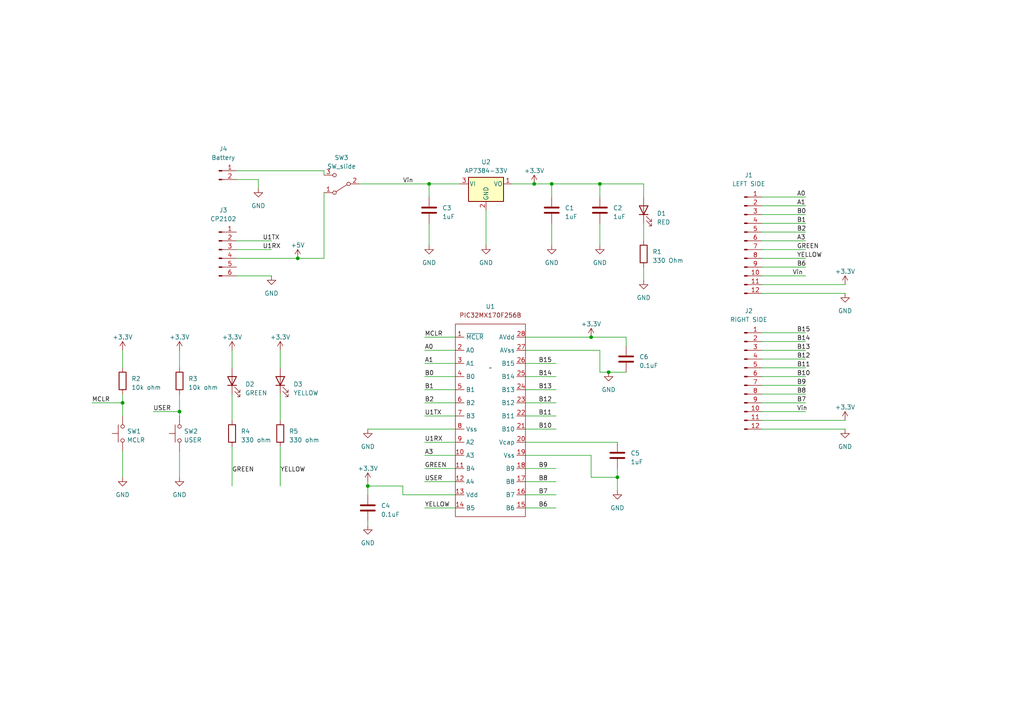
<source format=kicad_sch>
(kicad_sch (version 20230121) (generator eeschema)
  (paper "A4")
  (lib_symbols
    (symbol "HW4:+3.3V" (power) (pin_names (offset 0))
      (property "Value" "+3.3V" (at 0 3.556 0))
      (symbol "+3.3V_0_1"
        (polyline (pts (xy -0.762 1.27) (xy 0 2.54)))
        (polyline (pts (xy 0 0) (xy 0 2.54)))
        (polyline (pts (xy 0 2.54) (xy 0.762 1.27)))
      )
      (symbol "+3.3V_1_1"
        (pin power_in line (at 0 0 90) (length 0) hide (name "+3.3V") (number "1"))
      )
    )
    (symbol "HW4:+5V" (power) (pin_names (offset 0))
      (property "Value" "+5V" (at 0 3.556 0))
      (symbol "+5V_0_1"
        (polyline (pts (xy -0.762 1.27) (xy 0 2.54)))
        (polyline (pts (xy 0 0) (xy 0 2.54)))
        (polyline (pts (xy 0 2.54) (xy 0.762 1.27)))
      )
      (symbol "+5V_1_1"
        (pin power_in line (at 0 0 90) (length 0) hide (name "+5V") (number "1"))
      )
    )
    (symbol "HW4:AP7384-33V" (pin_names (offset 0.254))
      (property "Reference" "U" (at -3.81 3.175 0))
      (property "Value" "AP7384-33V" (at 0 3.175 0))
      (symbol "AP7384-33V_0_1"
        (rectangle (start -5.08 1.905) (end 5.08 -5.08) (stroke (width 0.254)) (fill (type background)))
      )
      (symbol "AP7384-33V_1_1"
        (pin power_out line (at 7.62 0 180) (length 2.54) (name "VO") (number "1"))
        (pin power_in line (at 0 -7.62 90) (length 2.54) (name "GND") (number "2"))
        (pin power_in line (at -7.62 0 0) (length 2.54) (name "VI") (number "3"))
      )
    )
    (symbol "HW4:C" (pin_numbers hide) (pin_names (offset 0.254))
      (property "Reference" "C" (at 0.635 2.54 0))
      (property "Value" "C" (at 0.635 -2.54 0))
      (symbol "C_0_1"
        (polyline (pts (xy -2.032 -0.762) (xy 2.032 -0.762)) (stroke (width 0.508)))
        (polyline (pts (xy -2.032 0.762) (xy 2.032 0.762)) (stroke (width 0.508)))
      )
      (symbol "C_1_1"
        (pin passive line (at 0 3.81 270) (length 2.794) (name "~") (number "1"))
        (pin passive line (at 0 -3.81 90) (length 2.794) (name "~") (number "2"))
      )
    )
    (symbol "HW4:Conn_01x02_Pin" (pin_names (offset 1.016) hide)
      (property "Reference" "J" (at 0 2.54 0))
      (property "Value" "Conn_01x02_Pin" (at 0 -5.08 0))
      (symbol "Conn_01x02_Pin_1_1"
        (polyline (pts (xy 1.27 -2.54) (xy 0.8636 -2.54)) (stroke (width 0.1524)))
        (polyline (pts (xy 1.27 0) (xy 0.8636 0)) (stroke (width 0.1524)))
        (rectangle (start 0.8636 -2.413) (end 0 -2.667) (stroke (width 0.1524)) (fill (type outline)))
        (rectangle (start 0.8636 0.127) (end 0 -0.127) (stroke (width 0.1524)) (fill (type outline)))
        (pin passive line (at 5.08 0 180) (length 3.81) (name "Pin_1") (number "1"))
        (pin passive line (at 5.08 -2.54 180) (length 3.81) (name "Pin_2") (number "2"))
      )
    )
    (symbol "HW4:Conn_01x06_Pin" (pin_names (offset 1.016) hide)
      (property "Reference" "J" (at 0 7.62 0))
      (property "Value" "Conn_01x06_Pin" (at 0 -10.16 0))
      (symbol "Conn_01x06_Pin_1_1"
        (polyline (pts (xy 1.27 -7.62) (xy 0.8636 -7.62)) (stroke (width 0.1524)))
        (polyline (pts (xy 1.27 -5.08) (xy 0.8636 -5.08)) (stroke (width 0.1524)))
        (polyline (pts (xy 1.27 -2.54) (xy 0.8636 -2.54)) (stroke (width 0.1524)))
        (polyline (pts (xy 1.27 0) (xy 0.8636 0)) (stroke (width 0.1524)))
        (polyline (pts (xy 1.27 2.54) (xy 0.8636 2.54)) (stroke (width 0.1524)))
        (polyline (pts (xy 1.27 5.08) (xy 0.8636 5.08)) (stroke (width 0.1524)))
        (rectangle (start 0.8636 -7.493) (end 0 -7.747) (stroke (width 0.1524)) (fill (type outline)))
        (rectangle (start 0.8636 -4.953) (end 0 -5.207) (stroke (width 0.1524)) (fill (type outline)))
        (rectangle (start 0.8636 -2.413) (end 0 -2.667) (stroke (width 0.1524)) (fill (type outline)))
        (rectangle (start 0.8636 0.127) (end 0 -0.127) (stroke (width 0.1524)) (fill (type outline)))
        (rectangle (start 0.8636 2.667) (end 0 2.413) (stroke (width 0.1524)) (fill (type outline)))
        (rectangle (start 0.8636 5.207) (end 0 4.953) (stroke (width 0.1524)) (fill (type outline)))
        (pin passive line (at 5.08 5.08 180) (length 3.81) (name "Pin_1") (number "1"))
        (pin passive line (at 5.08 2.54 180) (length 3.81) (name "Pin_2") (number "2"))
        (pin passive line (at 5.08 0 180) (length 3.81) (name "Pin_3") (number "3"))
        (pin passive line (at 5.08 -2.54 180) (length 3.81) (name "Pin_4") (number "4"))
        (pin passive line (at 5.08 -5.08 180) (length 3.81) (name "Pin_5") (number "5"))
        (pin passive line (at 5.08 -7.62 180) (length 3.81) (name "Pin_6") (number "6"))
      )
    )
    (symbol "HW4:Conn_01x12_Pin" (pin_names (offset 1.016) hide)
      (property "Reference" "J" (at 0 15.24 0))
      (property "Value" "Conn_01x12_Pin" (at 0 -17.78 0))
      (symbol "Conn_01x12_Pin_1_1"
        (polyline (pts (xy 1.27 -15.24) (xy 0.8636 -15.24)) (stroke (width 0.1524)))
        (polyline (pts (xy 1.27 -12.7) (xy 0.8636 -12.7)) (stroke (width 0.1524)))
        (polyline (pts (xy 1.27 -10.16) (xy 0.8636 -10.16)) (stroke (width 0.1524)))
        (polyline (pts (xy 1.27 -7.62) (xy 0.8636 -7.62)) (stroke (width 0.1524)))
        (polyline (pts (xy 1.27 -5.08) (xy 0.8636 -5.08)) (stroke (width 0.1524)))
        (polyline (pts (xy 1.27 -2.54) (xy 0.8636 -2.54)) (stroke (width 0.1524)))
        (polyline (pts (xy 1.27 0) (xy 0.8636 0)) (stroke (width 0.1524)))
        (polyline (pts (xy 1.27 2.54) (xy 0.8636 2.54)) (stroke (width 0.1524)))
        (polyline (pts (xy 1.27 5.08) (xy 0.8636 5.08)) (stroke (width 0.1524)))
        (polyline (pts (xy 1.27 7.62) (xy 0.8636 7.62)) (stroke (width 0.1524)))
        (polyline (pts (xy 1.27 10.16) (xy 0.8636 10.16)) (stroke (width 0.1524)))
        (polyline (pts (xy 1.27 12.7) (xy 0.8636 12.7)) (stroke (width 0.1524)))
        (rectangle (start 0.8636 -15.113) (end 0 -15.367) (stroke (width 0.1524)) (fill (type outline)))
        (rectangle (start 0.8636 -12.573) (end 0 -12.827) (stroke (width 0.1524)) (fill (type outline)))
        (rectangle (start 0.8636 -10.033) (end 0 -10.287) (stroke (width 0.1524)) (fill (type outline)))
        (rectangle (start 0.8636 -7.493) (end 0 -7.747) (stroke (width 0.1524)) (fill (type outline)))
        (rectangle (start 0.8636 -4.953) (end 0 -5.207) (stroke (width 0.1524)) (fill (type outline)))
        (rectangle (start 0.8636 -2.413) (end 0 -2.667) (stroke (width 0.1524)) (fill (type outline)))
        (rectangle (start 0.8636 0.127) (end 0 -0.127) (stroke (width 0.1524)) (fill (type outline)))
        (rectangle (start 0.8636 2.667) (end 0 2.413) (stroke (width 0.1524)) (fill (type outline)))
        (rectangle (start 0.8636 5.207) (end 0 4.953) (stroke (width 0.1524)) (fill (type outline)))
        (rectangle (start 0.8636 7.747) (end 0 7.493) (stroke (width 0.1524)) (fill (type outline)))
        (rectangle (start 0.8636 10.287) (end 0 10.033) (stroke (width 0.1524)) (fill (type outline)))
        (rectangle (start 0.8636 12.827) (end 0 12.573) (stroke (width 0.1524)) (fill (type outline)))
        (pin passive line (at 5.08 12.7 180) (length 3.81) (name "Pin_1") (number "1"))
        (pin passive line (at 5.08 -10.16 180) (length 3.81) (name "Pin_10") (number "10"))
        (pin passive line (at 5.08 -12.7 180) (length 3.81) (name "Pin_11") (number "11"))
        (pin passive line (at 5.08 -15.24 180) (length 3.81) (name "Pin_12") (number "12"))
        (pin passive line (at 5.08 10.16 180) (length 3.81) (name "Pin_2") (number "2"))
        (pin passive line (at 5.08 7.62 180) (length 3.81) (name "Pin_3") (number "3"))
        (pin passive line (at 5.08 5.08 180) (length 3.81) (name "Pin_4") (number "4"))
        (pin passive line (at 5.08 2.54 180) (length 3.81) (name "Pin_5") (number "5"))
        (pin passive line (at 5.08 0 180) (length 3.81) (name "Pin_6") (number "6"))
        (pin passive line (at 5.08 -2.54 180) (length 3.81) (name "Pin_7") (number "7"))
        (pin passive line (at 5.08 -5.08 180) (length 3.81) (name "Pin_8") (number "8"))
        (pin passive line (at 5.08 -7.62 180) (length 3.81) (name "Pin_9") (number "9"))
      )
    )
    (symbol "HW4:GND" (power) (pin_names (offset 0))
      (property "Value" "GND" (at 0 -3.81 0))
      (symbol "GND_0_1"
        (polyline (pts (xy 0 0) (xy 0 -1.27) (xy 1.27 -1.27) (xy 0 -2.54) (xy -1.27 -1.27) (xy 0 -1.27)))
      )
      (symbol "GND_1_1"
        (pin power_in line (at 0 0 270) (length 0) hide (name "GND") (number "1"))
      )
    )
    (symbol "HW4:LED" (pin_numbers hide) (pin_names (offset 1.016) hide)
      (property "Reference" "D" (at 0 2.54 0))
      (property "Value" "LED" (at 0 -2.54 0))
      (symbol "LED_0_1"
        (polyline (pts (xy -1.27 -1.27) (xy -1.27 1.27)) (stroke (width 0.254)))
        (polyline (pts (xy -1.27 0) (xy 1.27 0)))
        (polyline (pts (xy 1.27 -1.27) (xy 1.27 1.27) (xy -1.27 0) (xy 1.27 -1.27)) (stroke (width 0.254)))
        (polyline (pts (xy -3.048 -0.762) (xy -4.572 -2.286) (xy -3.81 -2.286) (xy -4.572 -2.286) (xy -4.572 -1.524)))
        (polyline (pts (xy -1.778 -0.762) (xy -3.302 -2.286) (xy -2.54 -2.286) (xy -3.302 -2.286) (xy -3.302 -1.524)))
      )
      (symbol "LED_1_1"
        (pin passive line (at -3.81 0 0) (length 2.54) (name "K") (number "1"))
        (pin passive line (at 3.81 0 180) (length 2.54) (name "A") (number "2"))
      )
    )
    (symbol "HW4:PIC32"
      (property "Reference" "U1" (at 0 35.56 0))
      (symbol "PIC32_0_1"
        (rectangle (start -10.16 29.21) (end 10.16 -26.67))
      )
      (symbol "PIC32_1_1"
        (text "PIC32MX170F256B\n" (at 0 31.75 0) (effects (font (size 1.27 1.27))))
        (pin input line (at -10.16 25.4 0) (length 2.54) (name "~{MCLR}") (number "1"))
        (pin input line (at -10.16 -8.89 0) (length 2.54) (name "A3") (number "10"))
        (pin input line (at -10.16 -12.7 0) (length 2.54) (name "B4") (number "11"))
        (pin input line (at -10.16 -16.51 0) (length 2.54) (name "A4") (number "12"))
        (pin input line (at -10.16 -20.32 0) (length 2.54) (name "Vdd") (number "13"))
        (pin input line (at -10.16 -24.13 0) (length 2.54) (name "B5") (number "14"))
        (pin input line (at 10.16 -24.13 180) (length 2.54) (name "B6") (number "15"))
        (pin input line (at 10.16 -20.32 180) (length 2.54) (name "B7") (number "16"))
        (pin input line (at 10.16 -16.51 180) (length 2.54) (name "B8") (number "17"))
        (pin input line (at 10.16 -12.7 180) (length 2.54) (name "B9") (number "18"))
        (pin unspecified line (at 10.16 -8.89 180) (length 2.54) (name "Vss") (number "19"))
        (pin input line (at -10.16 21.59 0) (length 2.54) (name "A0") (number "2"))
        (pin unspecified line (at 10.16 -5.08 180) (length 2.54) (name "Vcap") (number "20"))
        (pin input line (at 10.16 -1.27 180) (length 2.54) (name "B10") (number "21"))
        (pin input line (at 10.16 2.54 180) (length 2.54) (name "B11") (number "22"))
        (pin input line (at 10.16 6.35 180) (length 2.54) (name "B12") (number "23"))
        (pin input line (at 10.16 10.16 180) (length 2.54) (name "B13") (number "24"))
        (pin input line (at 10.16 13.97 180) (length 2.54) (name "B14") (number "25"))
        (pin input line (at 10.16 17.78 180) (length 2.54) (name "B15") (number "26"))
        (pin input line (at 10.16 21.59 180) (length 2.54) (name "AVss") (number "27"))
        (pin input line (at 10.16 25.4 180) (length 2.54) (name "AVdd") (number "28"))
        (pin input line (at -10.16 17.78 0) (length 2.54) (name "A1") (number "3"))
        (pin input line (at -10.16 13.97 0) (length 2.54) (name "B0") (number "4"))
        (pin input line (at -10.16 10.16 0) (length 2.54) (name "B1") (number "5"))
        (pin input line (at -10.16 6.35 0) (length 2.54) (name "B2") (number "6"))
        (pin input line (at -10.16 2.54 0) (length 2.54) (name "B3") (number "7"))
        (pin input line (at -10.16 -1.27 0) (length 2.54) (name "Vss") (number "8"))
        (pin input line (at -10.16 -5.08 0) (length 2.54) (name "A2") (number "9"))
      )
    )
    (symbol "HW4:R" (pin_numbers hide) (pin_names (offset 0))
      (property "Reference" "R" (at 2.032 0 90))
      (property "Value" "R" (at 0 0 90))
      (symbol "R_0_1"
        (rectangle (start -1.016 -2.54) (end 1.016 2.54) (stroke (width 0.254)))
      )
      (symbol "R_1_1"
        (pin passive line (at 0 3.81 270) (length 1.27) (name "~") (number "1"))
        (pin passive line (at 0 -3.81 90) (length 1.27) (name "~") (number "2"))
      )
    )
    (symbol "HW4:SW_Push" (pin_numbers hide) (pin_names (offset 1.016) hide)
      (property "Reference" "SW" (at 1.27 2.54 0))
      (property "Value" "SW_Push" (at 0 -1.524 0))
      (symbol "SW_Push_0_1"
        (circle (center -2.032 0) (radius 0.508))
        (polyline (pts (xy 0 1.27) (xy 0 3.048)))
        (polyline (pts (xy 2.54 1.27) (xy -2.54 1.27)))
        (circle (center 2.032 0) (radius 0.508))
        (pin passive line (at -5.08 0 0) (length 2.54) (name "1") (number "1"))
        (pin passive line (at 5.08 0 180) (length 2.54) (name "2") (number "2"))
      )
    )
    (symbol "HW4:SW_SPDT" (pin_names (offset 0) hide)
      (property "Reference" "SW" (at 0 4.318 0))
      (property "Value" "SW_SPDT" (at 0 -5.08 0))
      (symbol "SW_SPDT_0_0"
        (circle (center -2.032 0) (radius 0.508))
        (circle (center 2.032 -2.54) (radius 0.508))
      )
      (symbol "SW_SPDT_0_1"
        (polyline (pts (xy -1.524 0.254) (xy 1.651 2.286)))
        (circle (center 2.032 2.54) (radius 0.508))
      )
      (symbol "SW_SPDT_1_1"
        (pin passive line (at 5.08 2.54 180) (length 2.54) (name "A") (number "1"))
        (pin passive line (at -5.08 0 0) (length 2.54) (name "B") (number "2"))
        (pin passive line (at 5.08 -2.54 180) (length 2.54) (name "C") (number "3"))
      )
    )
  )
  (junction (at 154.94 53.34))
  (junction (at 124.46 53.34))
  (junction (at 179.07 138.43))
  (junction (at 160.02 53.34))
  (junction (at 52.07 119.38))
  (junction (at 106.68 140.97))
  (junction (at 86.36 74.93))
  (junction (at 35.56 116.84))
  (junction (at 173.99 53.34))
  (junction (at 176.53 107.95))
  (junction (at 171.45 97.79))
  (wire (pts (xy 179.07 138.43) (xy 179.07 142.24)))
  (wire (pts (xy 220.98 109.22) (xy 233.68 109.22)))
  (wire (pts (xy 140.97 60.96) (xy 140.97 71.12)))
  (wire (pts (xy 123.19 120.65) (xy 132.08 120.65)))
  (wire (pts (xy 35.56 101.6) (xy 35.56 106.68)))
  (wire (pts (xy 152.4 113.03) (xy 161.29 113.03)))
  (wire (pts (xy 93.98 49.53) (xy 93.98 50.8)))
  (wire (pts (xy 52.07 119.38) (xy 44.45 119.38)))
  (wire (pts (xy 220.98 121.92) (xy 245.11 121.92)))
  (wire (pts (xy 104.14 53.34) (xy 124.46 53.34)))
  (wire (pts (xy 171.45 97.79) (xy 181.61 97.79)))
  (wire (pts (xy 173.99 107.95) (xy 173.99 101.6)))
  (wire (pts (xy 123.19 116.84) (xy 132.08 116.84)))
  (wire (pts (xy 181.61 107.95) (xy 176.53 107.95)))
  (wire (pts (xy 35.56 114.3) (xy 35.56 116.84)))
  (wire (pts (xy 35.56 116.84) (xy 26.67 116.84)))
  (wire (pts (xy 152.4 143.51) (xy 161.29 143.51)))
  (wire (pts (xy 116.84 140.97) (xy 116.84 143.51)))
  (wire (pts (xy 220.98 116.84) (xy 233.68 116.84)))
  (wire (pts (xy 220.98 85.09) (xy 245.11 85.09)))
  (wire (pts (xy 68.58 69.85) (xy 78.74 69.85)))
  (wire (pts (xy 35.56 116.84) (xy 35.56 120.65)))
  (wire (pts (xy 220.98 114.3) (xy 233.68 114.3)))
  (wire (pts (xy 67.31 101.6) (xy 67.31 106.68)))
  (wire (pts (xy 116.84 143.51) (xy 132.08 143.51)))
  (wire (pts (xy 152.4 101.6) (xy 173.99 101.6)))
  (wire (pts (xy 68.58 74.93) (xy 86.36 74.93)))
  (wire (pts (xy 160.02 53.34) (xy 160.02 57.15)))
  (wire (pts (xy 123.19 128.27) (xy 132.08 128.27)))
  (wire (pts (xy 67.31 129.54) (xy 67.31 140.97)))
  (wire (pts (xy 154.94 53.34) (xy 160.02 53.34)))
  (wire (pts (xy 74.93 52.07) (xy 68.58 52.07)))
  (wire (pts (xy 220.98 99.06) (xy 233.68 99.06)))
  (wire (pts (xy 220.98 124.46) (xy 245.11 124.46)))
  (wire (pts (xy 181.61 97.79) (xy 181.61 100.33)))
  (wire (pts (xy 220.98 77.47) (xy 233.68 77.47)))
  (wire (pts (xy 152.4 139.7) (xy 161.29 139.7)))
  (wire (pts (xy 78.74 72.39) (xy 68.58 72.39)))
  (wire (pts (xy 106.68 140.97) (xy 116.84 140.97)))
  (wire (pts (xy 123.19 113.03) (xy 132.08 113.03)))
  (wire (pts (xy 160.02 64.77) (xy 160.02 71.12)))
  (wire (pts (xy 81.28 140.97) (xy 81.28 129.54)))
  (wire (pts (xy 52.07 114.3) (xy 52.07 119.38)))
  (wire (pts (xy 173.99 64.77) (xy 173.99 71.12)))
  (wire (pts (xy 124.46 64.77) (xy 124.46 71.12)))
  (wire (pts (xy 220.98 59.69) (xy 233.68 59.69)))
  (wire (pts (xy 123.19 132.08) (xy 132.08 132.08)))
  (wire (pts (xy 152.4 132.08) (xy 171.45 132.08)))
  (wire (pts (xy 35.56 130.81) (xy 35.56 138.43)))
  (wire (pts (xy 152.4 135.89) (xy 161.29 135.89)))
  (wire (pts (xy 152.4 124.46) (xy 161.29 124.46)))
  (wire (pts (xy 220.98 80.01) (xy 233.68 80.01)))
  (wire (pts (xy 220.98 82.55) (xy 245.11 82.55)))
  (wire (pts (xy 67.31 114.3) (xy 67.31 121.92)))
  (wire (pts (xy 220.98 96.52) (xy 233.68 96.52)))
  (wire (pts (xy 86.36 74.93) (xy 93.98 74.93)))
  (wire (pts (xy 186.69 77.47) (xy 186.69 81.28)))
  (wire (pts (xy 152.4 128.27) (xy 179.07 128.27)))
  (wire (pts (xy 133.35 53.34) (xy 124.46 53.34)))
  (wire (pts (xy 68.58 80.01) (xy 78.74 80.01)))
  (wire (pts (xy 74.93 54.61) (xy 74.93 52.07)))
  (wire (pts (xy 123.19 109.22) (xy 132.08 109.22)))
  (wire (pts (xy 152.4 109.22) (xy 161.29 109.22)))
  (wire (pts (xy 161.29 147.32) (xy 152.4 147.32)))
  (wire (pts (xy 220.98 62.23) (xy 233.68 62.23)))
  (wire (pts (xy 152.4 105.41) (xy 161.29 105.41)))
  (wire (pts (xy 106.68 151.13) (xy 106.68 152.4)))
  (wire (pts (xy 179.07 135.89) (xy 179.07 138.43)))
  (wire (pts (xy 171.45 138.43) (xy 171.45 132.08)))
  (wire (pts (xy 220.98 104.14) (xy 233.68 104.14)))
  (wire (pts (xy 93.98 74.93) (xy 93.98 55.88)))
  (wire (pts (xy 123.19 101.6) (xy 132.08 101.6)))
  (wire (pts (xy 152.4 97.79) (xy 171.45 97.79)))
  (wire (pts (xy 152.4 120.65) (xy 161.29 120.65)))
  (wire (pts (xy 123.19 105.41) (xy 132.08 105.41)))
  (wire (pts (xy 106.68 140.97) (xy 106.68 143.51)))
  (wire (pts (xy 186.69 53.34) (xy 186.69 57.15)))
  (wire (pts (xy 68.58 49.53) (xy 93.98 49.53)))
  (wire (pts (xy 220.98 69.85) (xy 233.68 69.85)))
  (wire (pts (xy 123.19 139.7) (xy 132.08 139.7)))
  (wire (pts (xy 152.4 116.84) (xy 161.29 116.84)))
  (wire (pts (xy 124.46 53.34) (xy 124.46 57.15)))
  (wire (pts (xy 81.28 101.6) (xy 81.28 106.68)))
  (wire (pts (xy 220.98 119.38) (xy 233.68 119.38)))
  (wire (pts (xy 220.98 101.6) (xy 233.68 101.6)))
  (wire (pts (xy 52.07 119.38) (xy 52.07 120.65)))
  (wire (pts (xy 220.98 74.93) (xy 233.68 74.93)))
  (wire (pts (xy 220.98 106.68) (xy 233.68 106.68)))
  (wire (pts (xy 220.98 111.76) (xy 233.68 111.76)))
  (wire (pts (xy 186.69 64.77) (xy 186.69 69.85)))
  (wire (pts (xy 160.02 53.34) (xy 173.99 53.34)))
  (wire (pts (xy 123.19 135.89) (xy 132.08 135.89)))
  (wire (pts (xy 106.68 139.7) (xy 106.68 140.97)))
  (wire (pts (xy 220.98 57.15) (xy 233.68 57.15)))
  (wire (pts (xy 148.59 53.34) (xy 154.94 53.34)))
  (wire (pts (xy 220.98 64.77) (xy 233.68 64.77)))
  (wire (pts (xy 220.98 67.31) (xy 233.68 67.31)))
  (wire (pts (xy 123.19 97.79) (xy 132.08 97.79)))
  (wire (pts (xy 179.07 138.43) (xy 171.45 138.43)))
  (wire (pts (xy 123.19 147.32) (xy 132.08 147.32)))
  (wire (pts (xy 106.68 124.46) (xy 132.08 124.46)))
  (wire (pts (xy 220.98 72.39) (xy 233.68 72.39)))
  (wire (pts (xy 81.28 114.3) (xy 81.28 121.92)))
  (wire (pts (xy 52.07 101.6) (xy 52.07 106.68)))
  (wire (pts (xy 52.07 130.81) (xy 52.07 138.43)))
  (wire (pts (xy 176.53 107.95) (xy 173.99 107.95)))
  (wire (pts (xy 173.99 53.34) (xy 173.99 57.15)))
  (wire (pts (xy 173.99 53.34) (xy 186.69 53.34)))
  (label "GREEN" (at 231.14 72.39 0))
  (label "GREEN" (at 123.19 135.89 0))
  (label "B10" (at 156.21 124.46 0))
  (label "U1TX" (at 76.2 69.85 0))
  (label "B11" (at 156.21 120.65 0))
  (label "B12" (at 156.21 116.84 0))
  (label "A1" (at 123.19 105.41 0))
  (label "B0" (at 123.19 109.22 0))
  (label "B12" (at 231.14 104.14 0))
  (label "B15" (at 231.14 96.52 0))
  (label "B9" (at 156.21 135.89 0))
  (label "YELLOW" (at 231.14 74.93 0))
  (label "B6" (at 156.21 147.32 0))
  (label "YELLOW" (at 81.28 137.16 0))
  (label "Vin" (at 229.87 80.01 0))
  (label "B14" (at 156.21 109.22 0))
  (label "A3" (at 123.19 132.08 0))
  (label "B7" (at 156.21 143.51 0))
  (label "A1" (at 231.14 59.69 0))
  (label "B7" (at 231.14 116.84 0))
  (label "MCLR" (at 26.67 116.84 0))
  (label "Vin" (at 116.84 53.34 0))
  (label "USER" (at 44.45 119.38 0))
  (label "U1RX" (at 123.19 128.27 0))
  (label "A0" (at 123.19 101.6 0))
  (label "U1RX" (at 76.2 72.39 0))
  (label "B8" (at 156.21 139.7 0))
  (label "U1TX" (at 123.19 120.65 0))
  (label "A3" (at 231.14 69.85 0))
  (label "B2" (at 231.14 67.31 0))
  (label "B10" (at 231.14 109.22 0))
  (label "B9" (at 231.14 111.76 0))
  (label "B2" (at 123.19 116.84 0))
  (label "MCLR" (at 123.19 97.79 0))
  (label "YELLOW" (at 123.19 147.32 0))
  (label "B6" (at 231.14 77.47 0))
  (label "USER" (at 123.19 139.7 0))
  (label "B13" (at 231.14 101.6 0))
  (label "B8" (at 231.14 114.3 0))
  (label "GREEN" (at 67.31 137.16 0))
  (label "B11" (at 231.14 106.68 0))
  (label "A0" (at 231.14 57.15 0))
  (label "B0" (at 231.14 62.23 0))
  (label "Vin" (at 231.14 119.38 0))
  (label "B1" (at 231.14 64.77 0))
  (label "B1" (at 123.19 113.03 0))
  (label "B14" (at 231.14 99.06 0))
  (label "B15" (at 156.21 105.41 0))
  (label "B13" (at 156.21 113.03 0))
  (symbol (lib_id "HW4:LED") (at 186.69 60.96 90) (unit 1)
    (property "Reference" "D1" (at 190.5 61.9125 90) (effects (justify right)))
    (property "Value" "RED" (at 190.5 64.4525 90) (effects (justify right)))
    (property "Footprint" "LED_THT:LED_D3.0mm" (effects hide))
  )
  (symbol (lib_id "HW4:Conn_01x02_Pin") (at 63.5 49.53 0) (unit 1)
    (property "Reference" "J4" (at 64.77 43.18 0))
    (property "Value" "Battery" (at 64.77 45.72 0))
    (property "Footprint" "Connector_PinSocket_2.54mm:PinSocket_1x02_P2.54mm_Vertical" (effects hide))
  )
  (symbol (lib_id "HW4:+3.3V") (at 106.68 139.7 0) (unit 1)
    (property "Reference" "#PWR018" (effects hide))
    (property "Value" "+3.3V" (at 106.68 135.89 0))
  )
  (symbol (lib_id "HW4:R") (at 67.31 125.73 0) (unit 1)
    (property "Reference" "R4" (at 69.85 125.095 0) (effects (justify left)))
    (property "Value" "330 ohm" (at 69.85 127.635 0) (effects (justify left)))
    (property "Footprint" "Resistor_THT:R_Axial_DIN0207_L6.3mm_D2.5mm_P7.62mm_Horizontal" (effects hide))
  )
  (symbol (lib_id "HW4:GND") (at 245.11 124.46 0) (unit 1)
    (property "Reference" "#PWR025" (effects hide))
    (property "Value" "GND" (at 245.11 129.54 0))
  )
  (symbol (lib_id "HW4:GND") (at 176.53 107.95 0) (unit 1)
    (property "Reference" "#PWR021" (effects hide))
    (property "Value" "GND" (at 176.53 113.03 0))
  )
  (symbol (lib_id "HW4:SW_SPDT") (at 99.06 53.34 180) (unit 1)
    (property "Reference" "SW3" (at 99.06 45.72 0))
    (property "Value" "SW_slide" (at 99.06 48.26 0))
  )
  (symbol (lib_id "HW4:GND") (at 160.02 71.12 0) (unit 1)
    (property "Reference" "#PWR02" (effects hide))
    (property "Value" "GND" (at 160.02 76.2 0))
  )
  (symbol (lib_id "HW4:C") (at 173.99 60.96 0) (unit 1)
    (property "Reference" "C2" (at 177.8 60.325 0) (effects (justify left)))
    (property "Value" "1uF" (at 177.8 62.865 0) (effects (justify left)))
    (property "Footprint" "Capacitor_THT:C_Disc_D4.3mm_W1.9mm_P5.00mm" (effects hide))
  )
  (symbol (lib_id "HW4:R") (at 81.28 125.73 0) (unit 1)
    (property "Reference" "R5" (at 83.82 125.095 0) (effects (justify left)))
    (property "Value" "330 ohm" (at 83.82 127.635 0) (effects (justify left)))
    (property "Footprint" "Resistor_THT:R_Axial_DIN0207_L6.3mm_D2.5mm_P7.62mm_Horizontal" (effects hide))
  )
  (symbol (lib_id "HW4:LED") (at 67.31 110.49 90) (unit 1)
    (property "Reference" "D2" (at 71.12 111.4425 90) (effects (justify right)))
    (property "Value" "GREEN" (at 71.12 113.9825 90) (effects (justify right)))
    (property "Footprint" "LED_THT:LED_D3.0mm" (effects hide))
  )
  (symbol (lib_id "HW4:SW_Push") (at 35.56 125.73 90) (unit 1)
    (property "Reference" "SW1" (at 36.83 125.095 90) (effects (justify right)))
    (property "Value" "MCLR" (at 36.83 127.635 90) (effects (justify right)))
  )
  (symbol (lib_id "HW4:PIC32") (at 142.24 123.19 0) (unit 1)
    (property "Reference" "U1" (at 142.24 88.9 0))
    (property "Value" "~" (at 142.24 106.68 0))
    (property "Footprint" "Package_DIP:DIP-28_W7.62mm_Socket" (effects hide))
  )
  (symbol (lib_id "HW4:GND") (at 106.68 124.46 0) (unit 1)
    (property "Reference" "#PWR016" (effects hide))
    (property "Value" "GND" (at 106.68 129.54 0))
  )
  (symbol (lib_id "HW4:R") (at 52.07 110.49 0) (unit 1)
    (property "Reference" "R3" (at 54.61 109.855 0) (effects (justify left)))
    (property "Value" "10k ohm" (at 54.61 112.395 0) (effects (justify left)))
    (property "Footprint" "Resistor_THT:R_Axial_DIN0207_L6.3mm_D2.5mm_P7.62mm_Horizontal" (effects hide))
  )
  (symbol (lib_id "HW4:+3.3V") (at 52.07 101.6 0) (unit 1)
    (property "Reference" "#PWR07" (effects hide))
    (property "Value" "+3.3V" (at 52.07 97.79 0))
  )
  (symbol (lib_id "HW4:+3.3V") (at 245.11 121.92 0) (unit 1)
    (property "Reference" "#PWR024" (effects hide))
    (property "Value" "+3.3V" (at 245.11 118.11 0))
  )
  (symbol (lib_id "HW4:GND") (at 106.68 152.4 0) (unit 1)
    (property "Reference" "#PWR017" (effects hide))
    (property "Value" "GND" (at 106.68 157.48 0))
  )
  (symbol (lib_id "HW4:GND") (at 186.69 81.28 0) (unit 1)
    (property "Reference" "#PWR04" (effects hide))
    (property "Value" "GND" (at 186.69 86.36 0))
  )
  (symbol (lib_id "HW4:GND") (at 124.46 71.12 0) (unit 1)
    (property "Reference" "#PWR01" (effects hide))
    (property "Value" "GND" (at 124.46 76.2 0))
  )
  (symbol (lib_id "HW4:GND") (at 74.93 54.61 0) (unit 1)
    (property "Reference" "#PWR014" (effects hide))
    (property "Value" "GND" (at 74.93 59.69 0))
  )
  (symbol (lib_id "HW4:Conn_01x12_Pin") (at 215.9 109.22 0) (unit 1)
    (property "Reference" "J2" (at 217.17 90.17 0))
    (property "Value" "RIGHT SIDE" (at 217.17 92.71 0))
    (property "Footprint" "Connector_PinSocket_2.54mm:PinSocket_1x12_P2.54mm_Vertical" (effects hide))
  )
  (symbol (lib_id "HW4:C") (at 160.02 60.96 0) (unit 1)
    (property "Reference" "C1" (at 163.83 60.325 0) (effects (justify left)))
    (property "Value" "1uF" (at 163.83 62.865 0) (effects (justify left)))
    (property "Footprint" "Capacitor_THT:C_Disc_D4.3mm_W1.9mm_P5.00mm" (effects hide))
  )
  (symbol (lib_id "HW4:GND") (at 78.74 80.01 0) (unit 1)
    (property "Reference" "#PWR015" (effects hide))
    (property "Value" "GND" (at 78.74 85.09 0))
  )
  (symbol (lib_id "HW4:+3.3V") (at 245.11 82.55 0) (unit 1)
    (property "Reference" "#PWR022" (effects hide))
    (property "Value" "+3.3V" (at 245.11 78.74 0))
  )
  (symbol (lib_id "HW4:+3.3V") (at 171.45 97.79 0) (unit 1)
    (property "Reference" "#PWR020" (effects hide))
    (property "Value" "+3.3V" (at 171.45 93.98 0))
  )
  (symbol (lib_id "HW4:+3.3V") (at 35.56 101.6 0) (unit 1)
    (property "Reference" "#PWR06" (effects hide))
    (property "Value" "+3.3V" (at 35.56 97.79 0))
  )
  (symbol (lib_id "HW4:GND") (at 245.11 85.09 0) (unit 1)
    (property "Reference" "#PWR023" (effects hide))
    (property "Value" "GND" (at 245.11 90.17 0))
  )
  (symbol (lib_id "HW4:C") (at 181.61 104.14 0) (unit 1)
    (property "Reference" "C6" (at 185.42 103.505 0) (effects (justify left)))
    (property "Value" "0.1uF" (at 185.42 106.045 0) (effects (justify left)))
    (property "Footprint" "Capacitor_THT:C_Disc_D3.0mm_W2.0mm_P2.50mm" (effects hide))
  )
  (symbol (lib_id "HW4:+3.3V") (at 81.28 101.6 0) (unit 1)
    (property "Reference" "#PWR09" (effects hide))
    (property "Value" "+3.3V" (at 81.28 97.79 0))
  )
  (symbol (lib_id "HW4:Conn_01x12_Pin") (at 215.9 69.85 0) (unit 1)
    (property "Reference" "J1" (at 217.17 50.8 0))
    (property "Value" "LEFT SIDE" (at 217.17 53.34 0))
    (property "Footprint" "Connector_PinSocket_2.54mm:PinSocket_1x12_P2.54mm_Vertical" (effects hide))
  )
  (symbol (lib_id "HW4:+3.3V") (at 67.31 101.6 0) (unit 1)
    (property "Reference" "#PWR08" (effects hide))
    (property "Value" "+3.3V" (at 67.31 97.79 0))
  )
  (symbol (lib_id "HW4:GND") (at 35.56 138.43 0) (unit 1)
    (property "Reference" "#PWR011" (effects hide))
    (property "Value" "GND" (at 35.56 143.51 0))
  )
  (symbol (lib_id "HW4:+5V") (at 86.36 74.93 0) (unit 1)
    (property "Reference" "#PWR013" (effects hide))
    (property "Value" "+5V" (at 86.36 71.12 0))
  )
  (symbol (lib_id "HW4:Conn_01x06_Pin") (at 63.5 72.39 0) (unit 1)
    (property "Reference" "J3" (at 64.77 60.96 0))
    (property "Value" "CP2102" (at 64.77 63.5 0))
    (property "Footprint" "Connector_PinSocket_2.54mm:PinSocket_1x06_P2.54mm_Vertical" (effects hide))
  )
  (symbol (lib_id "HW4:+3.3V") (at 154.94 53.34 0) (unit 1)
    (property "Reference" "#PWR012" (effects hide))
    (property "Value" "+3.3V" (at 154.94 49.53 0))
  )
  (symbol (lib_id "HW4:SW_Push") (at 52.07 125.73 90) (unit 1)
    (property "Reference" "SW2" (at 53.34 125.095 90) (effects (justify right)))
    (property "Value" "USER" (at 53.34 127.635 90) (effects (justify right)))
  )
  (symbol (lib_id "HW4:R") (at 186.69 73.66 0) (unit 1)
    (property "Reference" "R1" (at 189.23 73.025 0) (effects (justify left)))
    (property "Value" "330 Ohm" (at 189.23 75.565 0) (effects (justify left)))
    (property "Footprint" "Resistor_THT:R_Axial_DIN0207_L6.3mm_D2.5mm_P7.62mm_Horizontal" (effects hide))
  )
  (symbol (lib_id "HW4:GND") (at 179.07 142.24 0) (unit 1)
    (property "Reference" "#PWR019" (effects hide))
    (property "Value" "GND" (at 179.07 147.32 0))
  )
  (symbol (lib_id "HW4:GND") (at 140.97 71.12 0) (unit 1)
    (property "Reference" "#PWR05" (effects hide))
    (property "Value" "GND" (at 140.97 76.2 0))
  )
  (symbol (lib_id "HW4:LED") (at 81.28 110.49 90) (unit 1)
    (property "Reference" "D3" (at 85.09 111.4425 90) (effects (justify right)))
    (property "Value" "YELLOW" (at 85.09 113.9825 90) (effects (justify right)))
    (property "Footprint" "LED_THT:LED_D3.0mm" (effects hide))
  )
  (symbol (lib_id "HW4:AP7384-33V") (at 140.97 53.34 0) (unit 1)
    (property "Reference" "U2" (at 140.97 46.99 0))
    (property "Value" "AP7384-33V" (at 140.97 49.53 0))
    (property "Footprint" "Package_TO_SOT_THT:TO-92_Inline_Wide" (effects hide))
    (property "Datasheet" "https://www.diodes.com/assets/Datasheets/AP7384.pdf" (effects hide))
  )
  (symbol (lib_id "HW4:C") (at 179.07 132.08 0) (unit 1)
    (property "Reference" "C5" (at 182.88 131.445 0) (effects (justify left)))
    (property "Value" "1uF" (at 182.88 133.985 0) (effects (justify left)))
    (property "Footprint" "Capacitor_THT:C_Disc_D4.3mm_W1.9mm_P5.00mm" (effects hide))
  )
  (symbol (lib_id "HW4:C") (at 106.68 147.32 0) (unit 1)
    (property "Reference" "C4" (at 110.49 146.685 0) (effects (justify left)))
    (property "Value" "0.1uF" (at 110.49 149.225 0) (effects (justify left)))
    (property "Footprint" "Capacitor_THT:C_Disc_D3.0mm_W2.0mm_P2.50mm" (effects hide))
  )
  (symbol (lib_id "HW4:GND") (at 52.07 138.43 0) (unit 1)
    (property "Reference" "#PWR010" (effects hide))
    (property "Value" "GND" (at 52.07 143.51 0))
  )
  (symbol (lib_id "HW4:GND") (at 173.99 71.12 0) (unit 1)
    (property "Reference" "#PWR03" (effects hide))
    (property "Value" "GND" (at 173.99 76.2 0))
  )
  (symbol (lib_id "HW4:R") (at 35.56 110.49 0) (unit 1)
    (property "Reference" "R2" (at 38.1 109.855 0) (effects (justify left)))
    (property "Value" "10k ohm" (at 38.1 112.395 0) (effects (justify left)))
    (property "Footprint" "Resistor_THT:R_Axial_DIN0207_L6.3mm_D2.5mm_P7.62mm_Horizontal" (effects hide))
  )
  (symbol (lib_id "HW4:C") (at 124.46 60.96 0) (unit 1)
    (property "Reference" "C3" (at 128.27 60.325 0) (effects (justify left)))
    (property "Value" "1uF" (at 128.27 62.865 0) (effects (justify left)))
    (property "Footprint" "Capacitor_THT:C_Disc_D4.3mm_W1.9mm_P5.00mm" (effects hide))
  )
)
</source>
